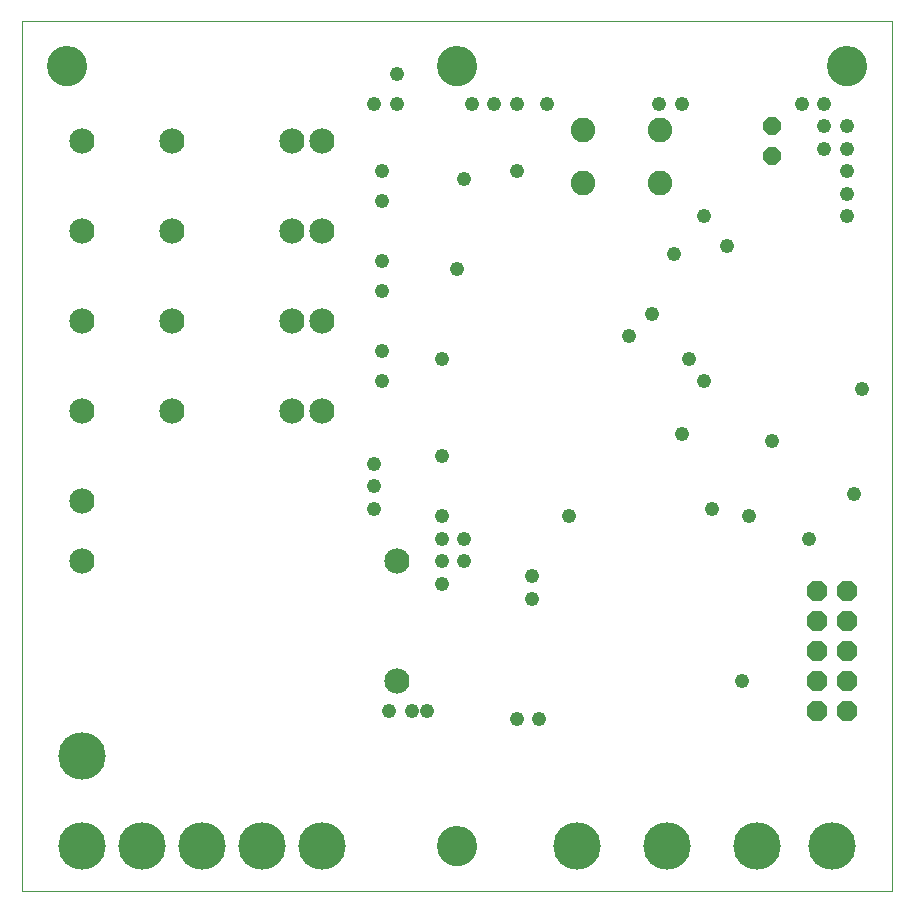
<source format=gbs>
G75*
%MOIN*%
%OFA0B0*%
%FSLAX25Y25*%
%IPPOS*%
%LPD*%
%AMOC8*
5,1,8,0,0,1.08239X$1,22.5*
%
%ADD10C,0.00000*%
%ADD11C,0.13398*%
%ADD12OC8,0.06800*%
%ADD13C,0.08200*%
%ADD14C,0.08400*%
%ADD15OC8,0.06000*%
%ADD16C,0.15800*%
%ADD17C,0.04800*%
D10*
X0001000Y0001000D02*
X0291000Y0001000D01*
X0291000Y0291000D01*
X0001000Y0291000D01*
X0001000Y0001000D01*
X0139701Y0016000D02*
X0139703Y0016158D01*
X0139709Y0016316D01*
X0139719Y0016474D01*
X0139733Y0016632D01*
X0139751Y0016789D01*
X0139772Y0016946D01*
X0139798Y0017102D01*
X0139828Y0017258D01*
X0139861Y0017413D01*
X0139899Y0017566D01*
X0139940Y0017719D01*
X0139985Y0017871D01*
X0140034Y0018022D01*
X0140087Y0018171D01*
X0140143Y0018319D01*
X0140203Y0018465D01*
X0140267Y0018610D01*
X0140335Y0018753D01*
X0140406Y0018895D01*
X0140480Y0019035D01*
X0140558Y0019172D01*
X0140640Y0019308D01*
X0140724Y0019442D01*
X0140813Y0019573D01*
X0140904Y0019702D01*
X0140999Y0019829D01*
X0141096Y0019954D01*
X0141197Y0020076D01*
X0141301Y0020195D01*
X0141408Y0020312D01*
X0141518Y0020426D01*
X0141631Y0020537D01*
X0141746Y0020646D01*
X0141864Y0020751D01*
X0141985Y0020853D01*
X0142108Y0020953D01*
X0142234Y0021049D01*
X0142362Y0021142D01*
X0142492Y0021232D01*
X0142625Y0021318D01*
X0142760Y0021402D01*
X0142896Y0021481D01*
X0143035Y0021558D01*
X0143176Y0021630D01*
X0143318Y0021700D01*
X0143462Y0021765D01*
X0143608Y0021827D01*
X0143755Y0021885D01*
X0143904Y0021940D01*
X0144054Y0021991D01*
X0144205Y0022038D01*
X0144357Y0022081D01*
X0144510Y0022120D01*
X0144665Y0022156D01*
X0144820Y0022187D01*
X0144976Y0022215D01*
X0145132Y0022239D01*
X0145289Y0022259D01*
X0145447Y0022275D01*
X0145604Y0022287D01*
X0145763Y0022295D01*
X0145921Y0022299D01*
X0146079Y0022299D01*
X0146237Y0022295D01*
X0146396Y0022287D01*
X0146553Y0022275D01*
X0146711Y0022259D01*
X0146868Y0022239D01*
X0147024Y0022215D01*
X0147180Y0022187D01*
X0147335Y0022156D01*
X0147490Y0022120D01*
X0147643Y0022081D01*
X0147795Y0022038D01*
X0147946Y0021991D01*
X0148096Y0021940D01*
X0148245Y0021885D01*
X0148392Y0021827D01*
X0148538Y0021765D01*
X0148682Y0021700D01*
X0148824Y0021630D01*
X0148965Y0021558D01*
X0149104Y0021481D01*
X0149240Y0021402D01*
X0149375Y0021318D01*
X0149508Y0021232D01*
X0149638Y0021142D01*
X0149766Y0021049D01*
X0149892Y0020953D01*
X0150015Y0020853D01*
X0150136Y0020751D01*
X0150254Y0020646D01*
X0150369Y0020537D01*
X0150482Y0020426D01*
X0150592Y0020312D01*
X0150699Y0020195D01*
X0150803Y0020076D01*
X0150904Y0019954D01*
X0151001Y0019829D01*
X0151096Y0019702D01*
X0151187Y0019573D01*
X0151276Y0019442D01*
X0151360Y0019308D01*
X0151442Y0019172D01*
X0151520Y0019035D01*
X0151594Y0018895D01*
X0151665Y0018753D01*
X0151733Y0018610D01*
X0151797Y0018465D01*
X0151857Y0018319D01*
X0151913Y0018171D01*
X0151966Y0018022D01*
X0152015Y0017871D01*
X0152060Y0017719D01*
X0152101Y0017566D01*
X0152139Y0017413D01*
X0152172Y0017258D01*
X0152202Y0017102D01*
X0152228Y0016946D01*
X0152249Y0016789D01*
X0152267Y0016632D01*
X0152281Y0016474D01*
X0152291Y0016316D01*
X0152297Y0016158D01*
X0152299Y0016000D01*
X0152297Y0015842D01*
X0152291Y0015684D01*
X0152281Y0015526D01*
X0152267Y0015368D01*
X0152249Y0015211D01*
X0152228Y0015054D01*
X0152202Y0014898D01*
X0152172Y0014742D01*
X0152139Y0014587D01*
X0152101Y0014434D01*
X0152060Y0014281D01*
X0152015Y0014129D01*
X0151966Y0013978D01*
X0151913Y0013829D01*
X0151857Y0013681D01*
X0151797Y0013535D01*
X0151733Y0013390D01*
X0151665Y0013247D01*
X0151594Y0013105D01*
X0151520Y0012965D01*
X0151442Y0012828D01*
X0151360Y0012692D01*
X0151276Y0012558D01*
X0151187Y0012427D01*
X0151096Y0012298D01*
X0151001Y0012171D01*
X0150904Y0012046D01*
X0150803Y0011924D01*
X0150699Y0011805D01*
X0150592Y0011688D01*
X0150482Y0011574D01*
X0150369Y0011463D01*
X0150254Y0011354D01*
X0150136Y0011249D01*
X0150015Y0011147D01*
X0149892Y0011047D01*
X0149766Y0010951D01*
X0149638Y0010858D01*
X0149508Y0010768D01*
X0149375Y0010682D01*
X0149240Y0010598D01*
X0149104Y0010519D01*
X0148965Y0010442D01*
X0148824Y0010370D01*
X0148682Y0010300D01*
X0148538Y0010235D01*
X0148392Y0010173D01*
X0148245Y0010115D01*
X0148096Y0010060D01*
X0147946Y0010009D01*
X0147795Y0009962D01*
X0147643Y0009919D01*
X0147490Y0009880D01*
X0147335Y0009844D01*
X0147180Y0009813D01*
X0147024Y0009785D01*
X0146868Y0009761D01*
X0146711Y0009741D01*
X0146553Y0009725D01*
X0146396Y0009713D01*
X0146237Y0009705D01*
X0146079Y0009701D01*
X0145921Y0009701D01*
X0145763Y0009705D01*
X0145604Y0009713D01*
X0145447Y0009725D01*
X0145289Y0009741D01*
X0145132Y0009761D01*
X0144976Y0009785D01*
X0144820Y0009813D01*
X0144665Y0009844D01*
X0144510Y0009880D01*
X0144357Y0009919D01*
X0144205Y0009962D01*
X0144054Y0010009D01*
X0143904Y0010060D01*
X0143755Y0010115D01*
X0143608Y0010173D01*
X0143462Y0010235D01*
X0143318Y0010300D01*
X0143176Y0010370D01*
X0143035Y0010442D01*
X0142896Y0010519D01*
X0142760Y0010598D01*
X0142625Y0010682D01*
X0142492Y0010768D01*
X0142362Y0010858D01*
X0142234Y0010951D01*
X0142108Y0011047D01*
X0141985Y0011147D01*
X0141864Y0011249D01*
X0141746Y0011354D01*
X0141631Y0011463D01*
X0141518Y0011574D01*
X0141408Y0011688D01*
X0141301Y0011805D01*
X0141197Y0011924D01*
X0141096Y0012046D01*
X0140999Y0012171D01*
X0140904Y0012298D01*
X0140813Y0012427D01*
X0140724Y0012558D01*
X0140640Y0012692D01*
X0140558Y0012828D01*
X0140480Y0012965D01*
X0140406Y0013105D01*
X0140335Y0013247D01*
X0140267Y0013390D01*
X0140203Y0013535D01*
X0140143Y0013681D01*
X0140087Y0013829D01*
X0140034Y0013978D01*
X0139985Y0014129D01*
X0139940Y0014281D01*
X0139899Y0014434D01*
X0139861Y0014587D01*
X0139828Y0014742D01*
X0139798Y0014898D01*
X0139772Y0015054D01*
X0139751Y0015211D01*
X0139733Y0015368D01*
X0139719Y0015526D01*
X0139709Y0015684D01*
X0139703Y0015842D01*
X0139701Y0016000D01*
X0139701Y0276000D02*
X0139703Y0276158D01*
X0139709Y0276316D01*
X0139719Y0276474D01*
X0139733Y0276632D01*
X0139751Y0276789D01*
X0139772Y0276946D01*
X0139798Y0277102D01*
X0139828Y0277258D01*
X0139861Y0277413D01*
X0139899Y0277566D01*
X0139940Y0277719D01*
X0139985Y0277871D01*
X0140034Y0278022D01*
X0140087Y0278171D01*
X0140143Y0278319D01*
X0140203Y0278465D01*
X0140267Y0278610D01*
X0140335Y0278753D01*
X0140406Y0278895D01*
X0140480Y0279035D01*
X0140558Y0279172D01*
X0140640Y0279308D01*
X0140724Y0279442D01*
X0140813Y0279573D01*
X0140904Y0279702D01*
X0140999Y0279829D01*
X0141096Y0279954D01*
X0141197Y0280076D01*
X0141301Y0280195D01*
X0141408Y0280312D01*
X0141518Y0280426D01*
X0141631Y0280537D01*
X0141746Y0280646D01*
X0141864Y0280751D01*
X0141985Y0280853D01*
X0142108Y0280953D01*
X0142234Y0281049D01*
X0142362Y0281142D01*
X0142492Y0281232D01*
X0142625Y0281318D01*
X0142760Y0281402D01*
X0142896Y0281481D01*
X0143035Y0281558D01*
X0143176Y0281630D01*
X0143318Y0281700D01*
X0143462Y0281765D01*
X0143608Y0281827D01*
X0143755Y0281885D01*
X0143904Y0281940D01*
X0144054Y0281991D01*
X0144205Y0282038D01*
X0144357Y0282081D01*
X0144510Y0282120D01*
X0144665Y0282156D01*
X0144820Y0282187D01*
X0144976Y0282215D01*
X0145132Y0282239D01*
X0145289Y0282259D01*
X0145447Y0282275D01*
X0145604Y0282287D01*
X0145763Y0282295D01*
X0145921Y0282299D01*
X0146079Y0282299D01*
X0146237Y0282295D01*
X0146396Y0282287D01*
X0146553Y0282275D01*
X0146711Y0282259D01*
X0146868Y0282239D01*
X0147024Y0282215D01*
X0147180Y0282187D01*
X0147335Y0282156D01*
X0147490Y0282120D01*
X0147643Y0282081D01*
X0147795Y0282038D01*
X0147946Y0281991D01*
X0148096Y0281940D01*
X0148245Y0281885D01*
X0148392Y0281827D01*
X0148538Y0281765D01*
X0148682Y0281700D01*
X0148824Y0281630D01*
X0148965Y0281558D01*
X0149104Y0281481D01*
X0149240Y0281402D01*
X0149375Y0281318D01*
X0149508Y0281232D01*
X0149638Y0281142D01*
X0149766Y0281049D01*
X0149892Y0280953D01*
X0150015Y0280853D01*
X0150136Y0280751D01*
X0150254Y0280646D01*
X0150369Y0280537D01*
X0150482Y0280426D01*
X0150592Y0280312D01*
X0150699Y0280195D01*
X0150803Y0280076D01*
X0150904Y0279954D01*
X0151001Y0279829D01*
X0151096Y0279702D01*
X0151187Y0279573D01*
X0151276Y0279442D01*
X0151360Y0279308D01*
X0151442Y0279172D01*
X0151520Y0279035D01*
X0151594Y0278895D01*
X0151665Y0278753D01*
X0151733Y0278610D01*
X0151797Y0278465D01*
X0151857Y0278319D01*
X0151913Y0278171D01*
X0151966Y0278022D01*
X0152015Y0277871D01*
X0152060Y0277719D01*
X0152101Y0277566D01*
X0152139Y0277413D01*
X0152172Y0277258D01*
X0152202Y0277102D01*
X0152228Y0276946D01*
X0152249Y0276789D01*
X0152267Y0276632D01*
X0152281Y0276474D01*
X0152291Y0276316D01*
X0152297Y0276158D01*
X0152299Y0276000D01*
X0152297Y0275842D01*
X0152291Y0275684D01*
X0152281Y0275526D01*
X0152267Y0275368D01*
X0152249Y0275211D01*
X0152228Y0275054D01*
X0152202Y0274898D01*
X0152172Y0274742D01*
X0152139Y0274587D01*
X0152101Y0274434D01*
X0152060Y0274281D01*
X0152015Y0274129D01*
X0151966Y0273978D01*
X0151913Y0273829D01*
X0151857Y0273681D01*
X0151797Y0273535D01*
X0151733Y0273390D01*
X0151665Y0273247D01*
X0151594Y0273105D01*
X0151520Y0272965D01*
X0151442Y0272828D01*
X0151360Y0272692D01*
X0151276Y0272558D01*
X0151187Y0272427D01*
X0151096Y0272298D01*
X0151001Y0272171D01*
X0150904Y0272046D01*
X0150803Y0271924D01*
X0150699Y0271805D01*
X0150592Y0271688D01*
X0150482Y0271574D01*
X0150369Y0271463D01*
X0150254Y0271354D01*
X0150136Y0271249D01*
X0150015Y0271147D01*
X0149892Y0271047D01*
X0149766Y0270951D01*
X0149638Y0270858D01*
X0149508Y0270768D01*
X0149375Y0270682D01*
X0149240Y0270598D01*
X0149104Y0270519D01*
X0148965Y0270442D01*
X0148824Y0270370D01*
X0148682Y0270300D01*
X0148538Y0270235D01*
X0148392Y0270173D01*
X0148245Y0270115D01*
X0148096Y0270060D01*
X0147946Y0270009D01*
X0147795Y0269962D01*
X0147643Y0269919D01*
X0147490Y0269880D01*
X0147335Y0269844D01*
X0147180Y0269813D01*
X0147024Y0269785D01*
X0146868Y0269761D01*
X0146711Y0269741D01*
X0146553Y0269725D01*
X0146396Y0269713D01*
X0146237Y0269705D01*
X0146079Y0269701D01*
X0145921Y0269701D01*
X0145763Y0269705D01*
X0145604Y0269713D01*
X0145447Y0269725D01*
X0145289Y0269741D01*
X0145132Y0269761D01*
X0144976Y0269785D01*
X0144820Y0269813D01*
X0144665Y0269844D01*
X0144510Y0269880D01*
X0144357Y0269919D01*
X0144205Y0269962D01*
X0144054Y0270009D01*
X0143904Y0270060D01*
X0143755Y0270115D01*
X0143608Y0270173D01*
X0143462Y0270235D01*
X0143318Y0270300D01*
X0143176Y0270370D01*
X0143035Y0270442D01*
X0142896Y0270519D01*
X0142760Y0270598D01*
X0142625Y0270682D01*
X0142492Y0270768D01*
X0142362Y0270858D01*
X0142234Y0270951D01*
X0142108Y0271047D01*
X0141985Y0271147D01*
X0141864Y0271249D01*
X0141746Y0271354D01*
X0141631Y0271463D01*
X0141518Y0271574D01*
X0141408Y0271688D01*
X0141301Y0271805D01*
X0141197Y0271924D01*
X0141096Y0272046D01*
X0140999Y0272171D01*
X0140904Y0272298D01*
X0140813Y0272427D01*
X0140724Y0272558D01*
X0140640Y0272692D01*
X0140558Y0272828D01*
X0140480Y0272965D01*
X0140406Y0273105D01*
X0140335Y0273247D01*
X0140267Y0273390D01*
X0140203Y0273535D01*
X0140143Y0273681D01*
X0140087Y0273829D01*
X0140034Y0273978D01*
X0139985Y0274129D01*
X0139940Y0274281D01*
X0139899Y0274434D01*
X0139861Y0274587D01*
X0139828Y0274742D01*
X0139798Y0274898D01*
X0139772Y0275054D01*
X0139751Y0275211D01*
X0139733Y0275368D01*
X0139719Y0275526D01*
X0139709Y0275684D01*
X0139703Y0275842D01*
X0139701Y0276000D01*
X0009701Y0276000D02*
X0009703Y0276158D01*
X0009709Y0276316D01*
X0009719Y0276474D01*
X0009733Y0276632D01*
X0009751Y0276789D01*
X0009772Y0276946D01*
X0009798Y0277102D01*
X0009828Y0277258D01*
X0009861Y0277413D01*
X0009899Y0277566D01*
X0009940Y0277719D01*
X0009985Y0277871D01*
X0010034Y0278022D01*
X0010087Y0278171D01*
X0010143Y0278319D01*
X0010203Y0278465D01*
X0010267Y0278610D01*
X0010335Y0278753D01*
X0010406Y0278895D01*
X0010480Y0279035D01*
X0010558Y0279172D01*
X0010640Y0279308D01*
X0010724Y0279442D01*
X0010813Y0279573D01*
X0010904Y0279702D01*
X0010999Y0279829D01*
X0011096Y0279954D01*
X0011197Y0280076D01*
X0011301Y0280195D01*
X0011408Y0280312D01*
X0011518Y0280426D01*
X0011631Y0280537D01*
X0011746Y0280646D01*
X0011864Y0280751D01*
X0011985Y0280853D01*
X0012108Y0280953D01*
X0012234Y0281049D01*
X0012362Y0281142D01*
X0012492Y0281232D01*
X0012625Y0281318D01*
X0012760Y0281402D01*
X0012896Y0281481D01*
X0013035Y0281558D01*
X0013176Y0281630D01*
X0013318Y0281700D01*
X0013462Y0281765D01*
X0013608Y0281827D01*
X0013755Y0281885D01*
X0013904Y0281940D01*
X0014054Y0281991D01*
X0014205Y0282038D01*
X0014357Y0282081D01*
X0014510Y0282120D01*
X0014665Y0282156D01*
X0014820Y0282187D01*
X0014976Y0282215D01*
X0015132Y0282239D01*
X0015289Y0282259D01*
X0015447Y0282275D01*
X0015604Y0282287D01*
X0015763Y0282295D01*
X0015921Y0282299D01*
X0016079Y0282299D01*
X0016237Y0282295D01*
X0016396Y0282287D01*
X0016553Y0282275D01*
X0016711Y0282259D01*
X0016868Y0282239D01*
X0017024Y0282215D01*
X0017180Y0282187D01*
X0017335Y0282156D01*
X0017490Y0282120D01*
X0017643Y0282081D01*
X0017795Y0282038D01*
X0017946Y0281991D01*
X0018096Y0281940D01*
X0018245Y0281885D01*
X0018392Y0281827D01*
X0018538Y0281765D01*
X0018682Y0281700D01*
X0018824Y0281630D01*
X0018965Y0281558D01*
X0019104Y0281481D01*
X0019240Y0281402D01*
X0019375Y0281318D01*
X0019508Y0281232D01*
X0019638Y0281142D01*
X0019766Y0281049D01*
X0019892Y0280953D01*
X0020015Y0280853D01*
X0020136Y0280751D01*
X0020254Y0280646D01*
X0020369Y0280537D01*
X0020482Y0280426D01*
X0020592Y0280312D01*
X0020699Y0280195D01*
X0020803Y0280076D01*
X0020904Y0279954D01*
X0021001Y0279829D01*
X0021096Y0279702D01*
X0021187Y0279573D01*
X0021276Y0279442D01*
X0021360Y0279308D01*
X0021442Y0279172D01*
X0021520Y0279035D01*
X0021594Y0278895D01*
X0021665Y0278753D01*
X0021733Y0278610D01*
X0021797Y0278465D01*
X0021857Y0278319D01*
X0021913Y0278171D01*
X0021966Y0278022D01*
X0022015Y0277871D01*
X0022060Y0277719D01*
X0022101Y0277566D01*
X0022139Y0277413D01*
X0022172Y0277258D01*
X0022202Y0277102D01*
X0022228Y0276946D01*
X0022249Y0276789D01*
X0022267Y0276632D01*
X0022281Y0276474D01*
X0022291Y0276316D01*
X0022297Y0276158D01*
X0022299Y0276000D01*
X0022297Y0275842D01*
X0022291Y0275684D01*
X0022281Y0275526D01*
X0022267Y0275368D01*
X0022249Y0275211D01*
X0022228Y0275054D01*
X0022202Y0274898D01*
X0022172Y0274742D01*
X0022139Y0274587D01*
X0022101Y0274434D01*
X0022060Y0274281D01*
X0022015Y0274129D01*
X0021966Y0273978D01*
X0021913Y0273829D01*
X0021857Y0273681D01*
X0021797Y0273535D01*
X0021733Y0273390D01*
X0021665Y0273247D01*
X0021594Y0273105D01*
X0021520Y0272965D01*
X0021442Y0272828D01*
X0021360Y0272692D01*
X0021276Y0272558D01*
X0021187Y0272427D01*
X0021096Y0272298D01*
X0021001Y0272171D01*
X0020904Y0272046D01*
X0020803Y0271924D01*
X0020699Y0271805D01*
X0020592Y0271688D01*
X0020482Y0271574D01*
X0020369Y0271463D01*
X0020254Y0271354D01*
X0020136Y0271249D01*
X0020015Y0271147D01*
X0019892Y0271047D01*
X0019766Y0270951D01*
X0019638Y0270858D01*
X0019508Y0270768D01*
X0019375Y0270682D01*
X0019240Y0270598D01*
X0019104Y0270519D01*
X0018965Y0270442D01*
X0018824Y0270370D01*
X0018682Y0270300D01*
X0018538Y0270235D01*
X0018392Y0270173D01*
X0018245Y0270115D01*
X0018096Y0270060D01*
X0017946Y0270009D01*
X0017795Y0269962D01*
X0017643Y0269919D01*
X0017490Y0269880D01*
X0017335Y0269844D01*
X0017180Y0269813D01*
X0017024Y0269785D01*
X0016868Y0269761D01*
X0016711Y0269741D01*
X0016553Y0269725D01*
X0016396Y0269713D01*
X0016237Y0269705D01*
X0016079Y0269701D01*
X0015921Y0269701D01*
X0015763Y0269705D01*
X0015604Y0269713D01*
X0015447Y0269725D01*
X0015289Y0269741D01*
X0015132Y0269761D01*
X0014976Y0269785D01*
X0014820Y0269813D01*
X0014665Y0269844D01*
X0014510Y0269880D01*
X0014357Y0269919D01*
X0014205Y0269962D01*
X0014054Y0270009D01*
X0013904Y0270060D01*
X0013755Y0270115D01*
X0013608Y0270173D01*
X0013462Y0270235D01*
X0013318Y0270300D01*
X0013176Y0270370D01*
X0013035Y0270442D01*
X0012896Y0270519D01*
X0012760Y0270598D01*
X0012625Y0270682D01*
X0012492Y0270768D01*
X0012362Y0270858D01*
X0012234Y0270951D01*
X0012108Y0271047D01*
X0011985Y0271147D01*
X0011864Y0271249D01*
X0011746Y0271354D01*
X0011631Y0271463D01*
X0011518Y0271574D01*
X0011408Y0271688D01*
X0011301Y0271805D01*
X0011197Y0271924D01*
X0011096Y0272046D01*
X0010999Y0272171D01*
X0010904Y0272298D01*
X0010813Y0272427D01*
X0010724Y0272558D01*
X0010640Y0272692D01*
X0010558Y0272828D01*
X0010480Y0272965D01*
X0010406Y0273105D01*
X0010335Y0273247D01*
X0010267Y0273390D01*
X0010203Y0273535D01*
X0010143Y0273681D01*
X0010087Y0273829D01*
X0010034Y0273978D01*
X0009985Y0274129D01*
X0009940Y0274281D01*
X0009899Y0274434D01*
X0009861Y0274587D01*
X0009828Y0274742D01*
X0009798Y0274898D01*
X0009772Y0275054D01*
X0009751Y0275211D01*
X0009733Y0275368D01*
X0009719Y0275526D01*
X0009709Y0275684D01*
X0009703Y0275842D01*
X0009701Y0276000D01*
X0269701Y0276000D02*
X0269703Y0276158D01*
X0269709Y0276316D01*
X0269719Y0276474D01*
X0269733Y0276632D01*
X0269751Y0276789D01*
X0269772Y0276946D01*
X0269798Y0277102D01*
X0269828Y0277258D01*
X0269861Y0277413D01*
X0269899Y0277566D01*
X0269940Y0277719D01*
X0269985Y0277871D01*
X0270034Y0278022D01*
X0270087Y0278171D01*
X0270143Y0278319D01*
X0270203Y0278465D01*
X0270267Y0278610D01*
X0270335Y0278753D01*
X0270406Y0278895D01*
X0270480Y0279035D01*
X0270558Y0279172D01*
X0270640Y0279308D01*
X0270724Y0279442D01*
X0270813Y0279573D01*
X0270904Y0279702D01*
X0270999Y0279829D01*
X0271096Y0279954D01*
X0271197Y0280076D01*
X0271301Y0280195D01*
X0271408Y0280312D01*
X0271518Y0280426D01*
X0271631Y0280537D01*
X0271746Y0280646D01*
X0271864Y0280751D01*
X0271985Y0280853D01*
X0272108Y0280953D01*
X0272234Y0281049D01*
X0272362Y0281142D01*
X0272492Y0281232D01*
X0272625Y0281318D01*
X0272760Y0281402D01*
X0272896Y0281481D01*
X0273035Y0281558D01*
X0273176Y0281630D01*
X0273318Y0281700D01*
X0273462Y0281765D01*
X0273608Y0281827D01*
X0273755Y0281885D01*
X0273904Y0281940D01*
X0274054Y0281991D01*
X0274205Y0282038D01*
X0274357Y0282081D01*
X0274510Y0282120D01*
X0274665Y0282156D01*
X0274820Y0282187D01*
X0274976Y0282215D01*
X0275132Y0282239D01*
X0275289Y0282259D01*
X0275447Y0282275D01*
X0275604Y0282287D01*
X0275763Y0282295D01*
X0275921Y0282299D01*
X0276079Y0282299D01*
X0276237Y0282295D01*
X0276396Y0282287D01*
X0276553Y0282275D01*
X0276711Y0282259D01*
X0276868Y0282239D01*
X0277024Y0282215D01*
X0277180Y0282187D01*
X0277335Y0282156D01*
X0277490Y0282120D01*
X0277643Y0282081D01*
X0277795Y0282038D01*
X0277946Y0281991D01*
X0278096Y0281940D01*
X0278245Y0281885D01*
X0278392Y0281827D01*
X0278538Y0281765D01*
X0278682Y0281700D01*
X0278824Y0281630D01*
X0278965Y0281558D01*
X0279104Y0281481D01*
X0279240Y0281402D01*
X0279375Y0281318D01*
X0279508Y0281232D01*
X0279638Y0281142D01*
X0279766Y0281049D01*
X0279892Y0280953D01*
X0280015Y0280853D01*
X0280136Y0280751D01*
X0280254Y0280646D01*
X0280369Y0280537D01*
X0280482Y0280426D01*
X0280592Y0280312D01*
X0280699Y0280195D01*
X0280803Y0280076D01*
X0280904Y0279954D01*
X0281001Y0279829D01*
X0281096Y0279702D01*
X0281187Y0279573D01*
X0281276Y0279442D01*
X0281360Y0279308D01*
X0281442Y0279172D01*
X0281520Y0279035D01*
X0281594Y0278895D01*
X0281665Y0278753D01*
X0281733Y0278610D01*
X0281797Y0278465D01*
X0281857Y0278319D01*
X0281913Y0278171D01*
X0281966Y0278022D01*
X0282015Y0277871D01*
X0282060Y0277719D01*
X0282101Y0277566D01*
X0282139Y0277413D01*
X0282172Y0277258D01*
X0282202Y0277102D01*
X0282228Y0276946D01*
X0282249Y0276789D01*
X0282267Y0276632D01*
X0282281Y0276474D01*
X0282291Y0276316D01*
X0282297Y0276158D01*
X0282299Y0276000D01*
X0282297Y0275842D01*
X0282291Y0275684D01*
X0282281Y0275526D01*
X0282267Y0275368D01*
X0282249Y0275211D01*
X0282228Y0275054D01*
X0282202Y0274898D01*
X0282172Y0274742D01*
X0282139Y0274587D01*
X0282101Y0274434D01*
X0282060Y0274281D01*
X0282015Y0274129D01*
X0281966Y0273978D01*
X0281913Y0273829D01*
X0281857Y0273681D01*
X0281797Y0273535D01*
X0281733Y0273390D01*
X0281665Y0273247D01*
X0281594Y0273105D01*
X0281520Y0272965D01*
X0281442Y0272828D01*
X0281360Y0272692D01*
X0281276Y0272558D01*
X0281187Y0272427D01*
X0281096Y0272298D01*
X0281001Y0272171D01*
X0280904Y0272046D01*
X0280803Y0271924D01*
X0280699Y0271805D01*
X0280592Y0271688D01*
X0280482Y0271574D01*
X0280369Y0271463D01*
X0280254Y0271354D01*
X0280136Y0271249D01*
X0280015Y0271147D01*
X0279892Y0271047D01*
X0279766Y0270951D01*
X0279638Y0270858D01*
X0279508Y0270768D01*
X0279375Y0270682D01*
X0279240Y0270598D01*
X0279104Y0270519D01*
X0278965Y0270442D01*
X0278824Y0270370D01*
X0278682Y0270300D01*
X0278538Y0270235D01*
X0278392Y0270173D01*
X0278245Y0270115D01*
X0278096Y0270060D01*
X0277946Y0270009D01*
X0277795Y0269962D01*
X0277643Y0269919D01*
X0277490Y0269880D01*
X0277335Y0269844D01*
X0277180Y0269813D01*
X0277024Y0269785D01*
X0276868Y0269761D01*
X0276711Y0269741D01*
X0276553Y0269725D01*
X0276396Y0269713D01*
X0276237Y0269705D01*
X0276079Y0269701D01*
X0275921Y0269701D01*
X0275763Y0269705D01*
X0275604Y0269713D01*
X0275447Y0269725D01*
X0275289Y0269741D01*
X0275132Y0269761D01*
X0274976Y0269785D01*
X0274820Y0269813D01*
X0274665Y0269844D01*
X0274510Y0269880D01*
X0274357Y0269919D01*
X0274205Y0269962D01*
X0274054Y0270009D01*
X0273904Y0270060D01*
X0273755Y0270115D01*
X0273608Y0270173D01*
X0273462Y0270235D01*
X0273318Y0270300D01*
X0273176Y0270370D01*
X0273035Y0270442D01*
X0272896Y0270519D01*
X0272760Y0270598D01*
X0272625Y0270682D01*
X0272492Y0270768D01*
X0272362Y0270858D01*
X0272234Y0270951D01*
X0272108Y0271047D01*
X0271985Y0271147D01*
X0271864Y0271249D01*
X0271746Y0271354D01*
X0271631Y0271463D01*
X0271518Y0271574D01*
X0271408Y0271688D01*
X0271301Y0271805D01*
X0271197Y0271924D01*
X0271096Y0272046D01*
X0270999Y0272171D01*
X0270904Y0272298D01*
X0270813Y0272427D01*
X0270724Y0272558D01*
X0270640Y0272692D01*
X0270558Y0272828D01*
X0270480Y0272965D01*
X0270406Y0273105D01*
X0270335Y0273247D01*
X0270267Y0273390D01*
X0270203Y0273535D01*
X0270143Y0273681D01*
X0270087Y0273829D01*
X0270034Y0273978D01*
X0269985Y0274129D01*
X0269940Y0274281D01*
X0269899Y0274434D01*
X0269861Y0274587D01*
X0269828Y0274742D01*
X0269798Y0274898D01*
X0269772Y0275054D01*
X0269751Y0275211D01*
X0269733Y0275368D01*
X0269719Y0275526D01*
X0269709Y0275684D01*
X0269703Y0275842D01*
X0269701Y0276000D01*
D11*
X0276000Y0276000D03*
X0146000Y0276000D03*
X0016000Y0276000D03*
X0146000Y0016000D03*
D12*
X0266000Y0061000D03*
X0276000Y0061000D03*
X0276000Y0071000D03*
X0276000Y0081000D03*
X0266000Y0081000D03*
X0266000Y0071000D03*
X0266000Y0091000D03*
X0266000Y0101000D03*
X0276000Y0101000D03*
X0276000Y0091000D03*
D13*
X0213800Y0237100D03*
X0213800Y0254900D03*
X0188200Y0254900D03*
X0188200Y0237100D03*
D14*
X0101000Y0251000D03*
X0091000Y0251000D03*
X0091000Y0221000D03*
X0101000Y0221000D03*
X0101000Y0191000D03*
X0091000Y0191000D03*
X0091000Y0161000D03*
X0101000Y0161000D03*
X0051000Y0161000D03*
X0051000Y0191000D03*
X0051000Y0221000D03*
X0051000Y0251000D03*
X0021000Y0251000D03*
X0021000Y0221000D03*
X0021000Y0191000D03*
X0021000Y0161000D03*
X0021000Y0131000D03*
X0021000Y0111000D03*
X0126000Y0111000D03*
X0126000Y0071000D03*
D15*
X0251000Y0246000D03*
X0251000Y0256000D03*
D16*
X0021000Y0046000D03*
X0021000Y0016000D03*
X0041000Y0016000D03*
X0061000Y0016000D03*
X0081000Y0016000D03*
X0101000Y0016000D03*
X0186000Y0016000D03*
X0216000Y0016000D03*
X0246000Y0016000D03*
X0271000Y0016000D03*
D17*
X0241000Y0071000D03*
X0263500Y0118500D03*
X0278500Y0133500D03*
X0251000Y0151000D03*
X0228500Y0171000D03*
X0223500Y0178500D03*
X0211000Y0193500D03*
X0203500Y0186000D03*
X0218500Y0213500D03*
X0228500Y0226000D03*
X0236000Y0216000D03*
X0268500Y0248500D03*
X0268500Y0256000D03*
X0268500Y0263500D03*
X0261000Y0263500D03*
X0276000Y0256000D03*
X0276000Y0248500D03*
X0276000Y0241000D03*
X0276000Y0233500D03*
X0276000Y0226000D03*
X0221000Y0263500D03*
X0213500Y0263500D03*
X0176000Y0263500D03*
X0166000Y0263500D03*
X0158500Y0263500D03*
X0151000Y0263500D03*
X0126000Y0263500D03*
X0118500Y0263500D03*
X0126000Y0273500D03*
X0121000Y0241000D03*
X0121000Y0231000D03*
X0121000Y0211000D03*
X0121000Y0201000D03*
X0121000Y0181000D03*
X0121000Y0171000D03*
X0141000Y0178500D03*
X0146000Y0208500D03*
X0148500Y0238500D03*
X0166000Y0241000D03*
X0221000Y0153500D03*
X0231000Y0128500D03*
X0243500Y0126000D03*
X0281000Y0168500D03*
X0183500Y0126000D03*
X0171000Y0106000D03*
X0171000Y0098500D03*
X0148500Y0111000D03*
X0148500Y0118500D03*
X0141000Y0118500D03*
X0141000Y0111000D03*
X0141000Y0103500D03*
X0141000Y0126000D03*
X0141000Y0146000D03*
X0118500Y0143500D03*
X0118500Y0136000D03*
X0118500Y0128500D03*
X0123500Y0061000D03*
X0131000Y0061000D03*
X0136000Y0061000D03*
X0166000Y0058500D03*
X0173500Y0058500D03*
M02*

</source>
